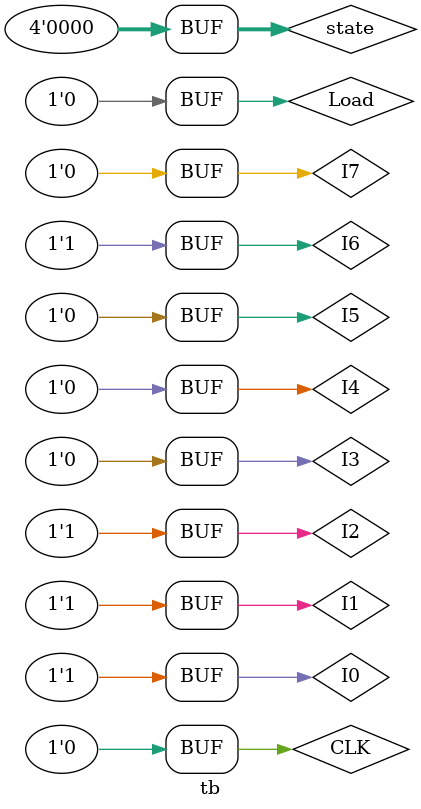
<source format=v>
/*******************************************************************************
 *
 * simulation source: [tb.v]
 *
 ******************************************************************************/

//`define SIM_CYCLE 'h400000000

//
// small value for testing
//
`define SIM_CYCLE 5000
//`timescale 100s/1s
module tb;
reg   Load;
reg			CLK;
reg		[3:0]	state;
reg		  I0;
reg		  I1;
reg		  I2;
reg		 	I3;
reg		 	I4;
reg		 	I5;
reg		 	I6;
reg		 	I7;
wire   A0;
wire   A1;
wire	  A2;
wire	  A3;
wire	 	A4;
wire	 	A5;
wire	 	A6;
wire	 	A7;


initial begin
  state=4'b0000;
  Load = 0;
  I0 = 0;
  I1 = 0;
  I2 = 0;
  I3 = 0;
  I4 = 0;
  I5 = 0;
  I6 = 0;
  I7 = 0;
  #30
    I0<=1;     I1<=0;     I2<=1;     I3<=0; 
  #40
    I4<=0;     I5<=1;     I6<=0;     I7<=1;
  #40
    Load<=1;
  #40  
    Load<=0;
  #40
    I0<=1;     I1<=1;     I2<=1;     I3<=0;
  #40
    I4<=0;     I5<=0;     I6<=1;     I7<=0;
  #40
    Load<=1;
  #40  
    Load<=0;
end
always begin
  //@(posedge clk);
    # 20 CLK = 1; 
    # 20 CLK = ~CLK;
end
lab03 m(
  .I0(I0),
  .I1(I1),
  .I2(I2),
  .I3(I3),
  .I4(I4),
  .I5(I5),
  .I6(I6),
  .I7(I7),
  .CLK(CLK),
  .Load(Load),
  .A0(A0),
  .A1(A1),
  .A2(A2),
  .A3(A3),
  .A4(A4),
  .A5(A5),
  .A6(A6),
  .A7(A7)
);
endmodule



</source>
